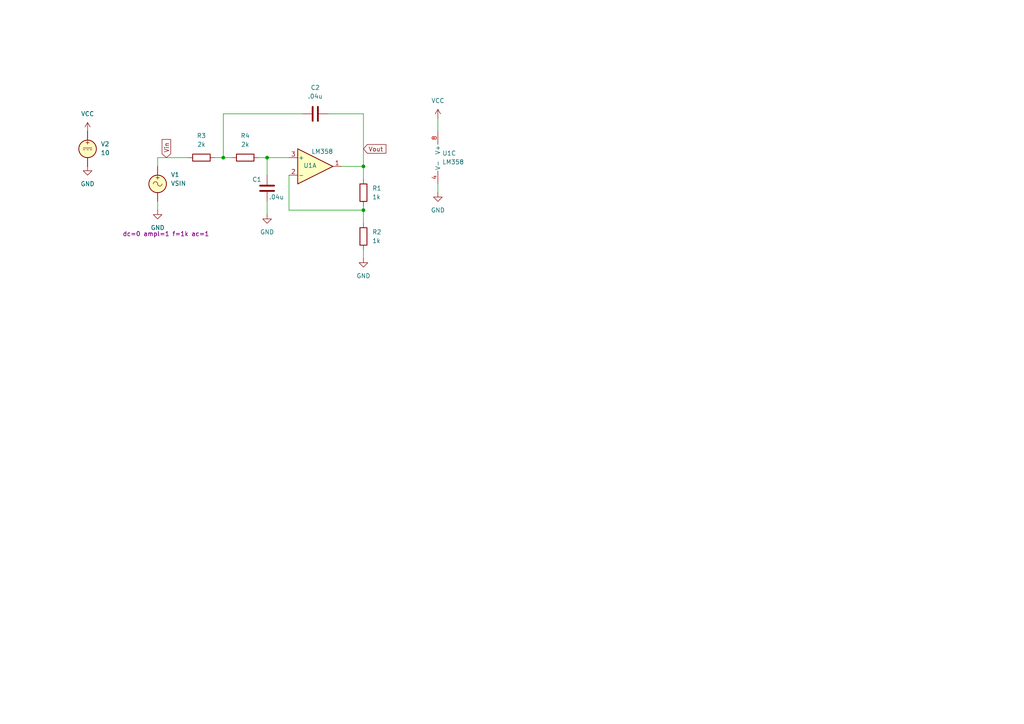
<source format=kicad_sch>
(kicad_sch
	(version 20250114)
	(generator "eeschema")
	(generator_version "9.0")
	(uuid "cd544534-f841-4fa9-a8d5-a3126ffc86dd")
	(paper "A4")
	(lib_symbols
		(symbol "Amplifier_Operational:LM358"
			(pin_names
				(offset 0.127)
			)
			(exclude_from_sim no)
			(in_bom yes)
			(on_board yes)
			(property "Reference" "U"
				(at 0 5.08 0)
				(effects
					(font
						(size 1.27 1.27)
					)
					(justify left)
				)
			)
			(property "Value" "LM358"
				(at 0 -5.08 0)
				(effects
					(font
						(size 1.27 1.27)
					)
					(justify left)
				)
			)
			(property "Footprint" ""
				(at 0 0 0)
				(effects
					(font
						(size 1.27 1.27)
					)
					(hide yes)
				)
			)
			(property "Datasheet" "http://www.ti.com/lit/ds/symlink/lm2904-n.pdf"
				(at 0 0 0)
				(effects
					(font
						(size 1.27 1.27)
					)
					(hide yes)
				)
			)
			(property "Description" "Low-Power, Dual Operational Amplifiers, DIP-8/SOIC-8/TO-99-8"
				(at 0 0 0)
				(effects
					(font
						(size 1.27 1.27)
					)
					(hide yes)
				)
			)
			(property "ki_locked" ""
				(at 0 0 0)
				(effects
					(font
						(size 1.27 1.27)
					)
				)
			)
			(property "ki_keywords" "dual opamp"
				(at 0 0 0)
				(effects
					(font
						(size 1.27 1.27)
					)
					(hide yes)
				)
			)
			(property "ki_fp_filters" "SOIC*3.9x4.9mm*P1.27mm* DIP*W7.62mm* TO*99* OnSemi*Micro8* TSSOP*3x3mm*P0.65mm* TSSOP*4.4x3mm*P0.65mm* MSOP*3x3mm*P0.65mm* SSOP*3.9x4.9mm*P0.635mm* LFCSP*2x2mm*P0.5mm* *SIP* SOIC*5.3x6.2mm*P1.27mm*"
				(at 0 0 0)
				(effects
					(font
						(size 1.27 1.27)
					)
					(hide yes)
				)
			)
			(symbol "LM358_1_1"
				(polyline
					(pts
						(xy -5.08 5.08) (xy 5.08 0) (xy -5.08 -5.08) (xy -5.08 5.08)
					)
					(stroke
						(width 0.254)
						(type default)
					)
					(fill
						(type background)
					)
				)
				(pin input line
					(at -7.62 2.54 0)
					(length 2.54)
					(name "+"
						(effects
							(font
								(size 1.27 1.27)
							)
						)
					)
					(number "3"
						(effects
							(font
								(size 1.27 1.27)
							)
						)
					)
				)
				(pin input line
					(at -7.62 -2.54 0)
					(length 2.54)
					(name "-"
						(effects
							(font
								(size 1.27 1.27)
							)
						)
					)
					(number "2"
						(effects
							(font
								(size 1.27 1.27)
							)
						)
					)
				)
				(pin output line
					(at 7.62 0 180)
					(length 2.54)
					(name "~"
						(effects
							(font
								(size 1.27 1.27)
							)
						)
					)
					(number "1"
						(effects
							(font
								(size 1.27 1.27)
							)
						)
					)
				)
			)
			(symbol "LM358_2_1"
				(polyline
					(pts
						(xy -5.08 5.08) (xy 5.08 0) (xy -5.08 -5.08) (xy -5.08 5.08)
					)
					(stroke
						(width 0.254)
						(type default)
					)
					(fill
						(type background)
					)
				)
				(pin input line
					(at -7.62 2.54 0)
					(length 2.54)
					(name "+"
						(effects
							(font
								(size 1.27 1.27)
							)
						)
					)
					(number "5"
						(effects
							(font
								(size 1.27 1.27)
							)
						)
					)
				)
				(pin input line
					(at -7.62 -2.54 0)
					(length 2.54)
					(name "-"
						(effects
							(font
								(size 1.27 1.27)
							)
						)
					)
					(number "6"
						(effects
							(font
								(size 1.27 1.27)
							)
						)
					)
				)
				(pin output line
					(at 7.62 0 180)
					(length 2.54)
					(name "~"
						(effects
							(font
								(size 1.27 1.27)
							)
						)
					)
					(number "7"
						(effects
							(font
								(size 1.27 1.27)
							)
						)
					)
				)
			)
			(symbol "LM358_3_1"
				(pin power_in line
					(at -2.54 7.62 270)
					(length 3.81)
					(name "V+"
						(effects
							(font
								(size 1.27 1.27)
							)
						)
					)
					(number "8"
						(effects
							(font
								(size 1.27 1.27)
							)
						)
					)
				)
				(pin power_in line
					(at -2.54 -7.62 90)
					(length 3.81)
					(name "V-"
						(effects
							(font
								(size 1.27 1.27)
							)
						)
					)
					(number "4"
						(effects
							(font
								(size 1.27 1.27)
							)
						)
					)
				)
			)
			(embedded_fonts no)
		)
		(symbol "Device:C"
			(pin_numbers
				(hide yes)
			)
			(pin_names
				(offset 0.254)
			)
			(exclude_from_sim no)
			(in_bom yes)
			(on_board yes)
			(property "Reference" "C"
				(at 0.635 2.54 0)
				(effects
					(font
						(size 1.27 1.27)
					)
					(justify left)
				)
			)
			(property "Value" "C"
				(at 0.635 -2.54 0)
				(effects
					(font
						(size 1.27 1.27)
					)
					(justify left)
				)
			)
			(property "Footprint" ""
				(at 0.9652 -3.81 0)
				(effects
					(font
						(size 1.27 1.27)
					)
					(hide yes)
				)
			)
			(property "Datasheet" "~"
				(at 0 0 0)
				(effects
					(font
						(size 1.27 1.27)
					)
					(hide yes)
				)
			)
			(property "Description" "Unpolarized capacitor"
				(at 0 0 0)
				(effects
					(font
						(size 1.27 1.27)
					)
					(hide yes)
				)
			)
			(property "ki_keywords" "cap capacitor"
				(at 0 0 0)
				(effects
					(font
						(size 1.27 1.27)
					)
					(hide yes)
				)
			)
			(property "ki_fp_filters" "C_*"
				(at 0 0 0)
				(effects
					(font
						(size 1.27 1.27)
					)
					(hide yes)
				)
			)
			(symbol "C_0_1"
				(polyline
					(pts
						(xy -2.032 0.762) (xy 2.032 0.762)
					)
					(stroke
						(width 0.508)
						(type default)
					)
					(fill
						(type none)
					)
				)
				(polyline
					(pts
						(xy -2.032 -0.762) (xy 2.032 -0.762)
					)
					(stroke
						(width 0.508)
						(type default)
					)
					(fill
						(type none)
					)
				)
			)
			(symbol "C_1_1"
				(pin passive line
					(at 0 3.81 270)
					(length 2.794)
					(name "~"
						(effects
							(font
								(size 1.27 1.27)
							)
						)
					)
					(number "1"
						(effects
							(font
								(size 1.27 1.27)
							)
						)
					)
				)
				(pin passive line
					(at 0 -3.81 90)
					(length 2.794)
					(name "~"
						(effects
							(font
								(size 1.27 1.27)
							)
						)
					)
					(number "2"
						(effects
							(font
								(size 1.27 1.27)
							)
						)
					)
				)
			)
			(embedded_fonts no)
		)
		(symbol "Device:R"
			(pin_numbers
				(hide yes)
			)
			(pin_names
				(offset 0)
			)
			(exclude_from_sim no)
			(in_bom yes)
			(on_board yes)
			(property "Reference" "R"
				(at 2.032 0 90)
				(effects
					(font
						(size 1.27 1.27)
					)
				)
			)
			(property "Value" "R"
				(at 0 0 90)
				(effects
					(font
						(size 1.27 1.27)
					)
				)
			)
			(property "Footprint" ""
				(at -1.778 0 90)
				(effects
					(font
						(size 1.27 1.27)
					)
					(hide yes)
				)
			)
			(property "Datasheet" "~"
				(at 0 0 0)
				(effects
					(font
						(size 1.27 1.27)
					)
					(hide yes)
				)
			)
			(property "Description" "Resistor"
				(at 0 0 0)
				(effects
					(font
						(size 1.27 1.27)
					)
					(hide yes)
				)
			)
			(property "ki_keywords" "R res resistor"
				(at 0 0 0)
				(effects
					(font
						(size 1.27 1.27)
					)
					(hide yes)
				)
			)
			(property "ki_fp_filters" "R_*"
				(at 0 0 0)
				(effects
					(font
						(size 1.27 1.27)
					)
					(hide yes)
				)
			)
			(symbol "R_0_1"
				(rectangle
					(start -1.016 -2.54)
					(end 1.016 2.54)
					(stroke
						(width 0.254)
						(type default)
					)
					(fill
						(type none)
					)
				)
			)
			(symbol "R_1_1"
				(pin passive line
					(at 0 3.81 270)
					(length 1.27)
					(name "~"
						(effects
							(font
								(size 1.27 1.27)
							)
						)
					)
					(number "1"
						(effects
							(font
								(size 1.27 1.27)
							)
						)
					)
				)
				(pin passive line
					(at 0 -3.81 90)
					(length 1.27)
					(name "~"
						(effects
							(font
								(size 1.27 1.27)
							)
						)
					)
					(number "2"
						(effects
							(font
								(size 1.27 1.27)
							)
						)
					)
				)
			)
			(embedded_fonts no)
		)
		(symbol "Simulation_SPICE:VDC"
			(pin_numbers
				(hide yes)
			)
			(pin_names
				(offset 0.0254)
			)
			(exclude_from_sim no)
			(in_bom yes)
			(on_board yes)
			(property "Reference" "V"
				(at 2.54 2.54 0)
				(effects
					(font
						(size 1.27 1.27)
					)
					(justify left)
				)
			)
			(property "Value" "1"
				(at 2.54 0 0)
				(effects
					(font
						(size 1.27 1.27)
					)
					(justify left)
				)
			)
			(property "Footprint" ""
				(at 0 0 0)
				(effects
					(font
						(size 1.27 1.27)
					)
					(hide yes)
				)
			)
			(property "Datasheet" "https://ngspice.sourceforge.io/docs/ngspice-html-manual/manual.xhtml#sec_Independent_Sources_for"
				(at 0 0 0)
				(effects
					(font
						(size 1.27 1.27)
					)
					(hide yes)
				)
			)
			(property "Description" "Voltage source, DC"
				(at 0 0 0)
				(effects
					(font
						(size 1.27 1.27)
					)
					(hide yes)
				)
			)
			(property "Sim.Pins" "1=+ 2=-"
				(at 0 0 0)
				(effects
					(font
						(size 1.27 1.27)
					)
					(hide yes)
				)
			)
			(property "Sim.Type" "DC"
				(at 0 0 0)
				(effects
					(font
						(size 1.27 1.27)
					)
					(hide yes)
				)
			)
			(property "Sim.Device" "V"
				(at 0 0 0)
				(effects
					(font
						(size 1.27 1.27)
					)
					(justify left)
					(hide yes)
				)
			)
			(property "ki_keywords" "simulation"
				(at 0 0 0)
				(effects
					(font
						(size 1.27 1.27)
					)
					(hide yes)
				)
			)
			(symbol "VDC_0_0"
				(polyline
					(pts
						(xy -1.27 0.254) (xy 1.27 0.254)
					)
					(stroke
						(width 0)
						(type default)
					)
					(fill
						(type none)
					)
				)
				(polyline
					(pts
						(xy -0.762 -0.254) (xy -1.27 -0.254)
					)
					(stroke
						(width 0)
						(type default)
					)
					(fill
						(type none)
					)
				)
				(polyline
					(pts
						(xy 0.254 -0.254) (xy -0.254 -0.254)
					)
					(stroke
						(width 0)
						(type default)
					)
					(fill
						(type none)
					)
				)
				(polyline
					(pts
						(xy 1.27 -0.254) (xy 0.762 -0.254)
					)
					(stroke
						(width 0)
						(type default)
					)
					(fill
						(type none)
					)
				)
				(text "+"
					(at 0 1.905 0)
					(effects
						(font
							(size 1.27 1.27)
						)
					)
				)
			)
			(symbol "VDC_0_1"
				(circle
					(center 0 0)
					(radius 2.54)
					(stroke
						(width 0.254)
						(type default)
					)
					(fill
						(type background)
					)
				)
			)
			(symbol "VDC_1_1"
				(pin passive line
					(at 0 5.08 270)
					(length 2.54)
					(name "~"
						(effects
							(font
								(size 1.27 1.27)
							)
						)
					)
					(number "1"
						(effects
							(font
								(size 1.27 1.27)
							)
						)
					)
				)
				(pin passive line
					(at 0 -5.08 90)
					(length 2.54)
					(name "~"
						(effects
							(font
								(size 1.27 1.27)
							)
						)
					)
					(number "2"
						(effects
							(font
								(size 1.27 1.27)
							)
						)
					)
				)
			)
			(embedded_fonts no)
		)
		(symbol "Simulation_SPICE:VSIN"
			(pin_numbers
				(hide yes)
			)
			(pin_names
				(offset 0.0254)
			)
			(exclude_from_sim no)
			(in_bom yes)
			(on_board yes)
			(property "Reference" "V"
				(at 2.54 2.54 0)
				(effects
					(font
						(size 1.27 1.27)
					)
					(justify left)
				)
			)
			(property "Value" "VSIN"
				(at 2.54 0 0)
				(effects
					(font
						(size 1.27 1.27)
					)
					(justify left)
				)
			)
			(property "Footprint" ""
				(at 0 0 0)
				(effects
					(font
						(size 1.27 1.27)
					)
					(hide yes)
				)
			)
			(property "Datasheet" "https://ngspice.sourceforge.io/docs/ngspice-html-manual/manual.xhtml#sec_Independent_Sources_for"
				(at 0 0 0)
				(effects
					(font
						(size 1.27 1.27)
					)
					(hide yes)
				)
			)
			(property "Description" "Voltage source, sinusoidal"
				(at 0 0 0)
				(effects
					(font
						(size 1.27 1.27)
					)
					(hide yes)
				)
			)
			(property "Sim.Pins" "1=+ 2=-"
				(at 0 0 0)
				(effects
					(font
						(size 1.27 1.27)
					)
					(hide yes)
				)
			)
			(property "Sim.Params" "dc=0 ampl=1 f=1k ac=1"
				(at 2.54 -2.54 0)
				(effects
					(font
						(size 1.27 1.27)
					)
					(justify left)
				)
			)
			(property "Sim.Type" "SIN"
				(at 0 0 0)
				(effects
					(font
						(size 1.27 1.27)
					)
					(hide yes)
				)
			)
			(property "Sim.Device" "V"
				(at 0 0 0)
				(effects
					(font
						(size 1.27 1.27)
					)
					(justify left)
					(hide yes)
				)
			)
			(property "ki_keywords" "simulation ac vac"
				(at 0 0 0)
				(effects
					(font
						(size 1.27 1.27)
					)
					(hide yes)
				)
			)
			(symbol "VSIN_0_0"
				(arc
					(start -1.27 0)
					(mid -0.635 0.6323)
					(end 0 0)
					(stroke
						(width 0)
						(type default)
					)
					(fill
						(type none)
					)
				)
				(arc
					(start 1.27 0)
					(mid 0.635 -0.6323)
					(end 0 0)
					(stroke
						(width 0)
						(type default)
					)
					(fill
						(type none)
					)
				)
				(text "+"
					(at 0 1.905 0)
					(effects
						(font
							(size 1.27 1.27)
						)
					)
				)
			)
			(symbol "VSIN_0_1"
				(circle
					(center 0 0)
					(radius 2.54)
					(stroke
						(width 0.254)
						(type default)
					)
					(fill
						(type background)
					)
				)
			)
			(symbol "VSIN_1_1"
				(pin passive line
					(at 0 5.08 270)
					(length 2.54)
					(name "~"
						(effects
							(font
								(size 1.27 1.27)
							)
						)
					)
					(number "1"
						(effects
							(font
								(size 1.27 1.27)
							)
						)
					)
				)
				(pin passive line
					(at 0 -5.08 90)
					(length 2.54)
					(name "~"
						(effects
							(font
								(size 1.27 1.27)
							)
						)
					)
					(number "2"
						(effects
							(font
								(size 1.27 1.27)
							)
						)
					)
				)
			)
			(embedded_fonts no)
		)
		(symbol "power:GND"
			(power)
			(pin_numbers
				(hide yes)
			)
			(pin_names
				(offset 0)
				(hide yes)
			)
			(exclude_from_sim no)
			(in_bom yes)
			(on_board yes)
			(property "Reference" "#PWR"
				(at 0 -6.35 0)
				(effects
					(font
						(size 1.27 1.27)
					)
					(hide yes)
				)
			)
			(property "Value" "GND"
				(at 0 -3.81 0)
				(effects
					(font
						(size 1.27 1.27)
					)
				)
			)
			(property "Footprint" ""
				(at 0 0 0)
				(effects
					(font
						(size 1.27 1.27)
					)
					(hide yes)
				)
			)
			(property "Datasheet" ""
				(at 0 0 0)
				(effects
					(font
						(size 1.27 1.27)
					)
					(hide yes)
				)
			)
			(property "Description" "Power symbol creates a global label with name \"GND\" , ground"
				(at 0 0 0)
				(effects
					(font
						(size 1.27 1.27)
					)
					(hide yes)
				)
			)
			(property "ki_keywords" "global power"
				(at 0 0 0)
				(effects
					(font
						(size 1.27 1.27)
					)
					(hide yes)
				)
			)
			(symbol "GND_0_1"
				(polyline
					(pts
						(xy 0 0) (xy 0 -1.27) (xy 1.27 -1.27) (xy 0 -2.54) (xy -1.27 -1.27) (xy 0 -1.27)
					)
					(stroke
						(width 0)
						(type default)
					)
					(fill
						(type none)
					)
				)
			)
			(symbol "GND_1_1"
				(pin power_in line
					(at 0 0 270)
					(length 0)
					(name "~"
						(effects
							(font
								(size 1.27 1.27)
							)
						)
					)
					(number "1"
						(effects
							(font
								(size 1.27 1.27)
							)
						)
					)
				)
			)
			(embedded_fonts no)
		)
		(symbol "power:VCC"
			(power)
			(pin_numbers
				(hide yes)
			)
			(pin_names
				(offset 0)
				(hide yes)
			)
			(exclude_from_sim no)
			(in_bom yes)
			(on_board yes)
			(property "Reference" "#PWR"
				(at 0 -3.81 0)
				(effects
					(font
						(size 1.27 1.27)
					)
					(hide yes)
				)
			)
			(property "Value" "VCC"
				(at 0 3.556 0)
				(effects
					(font
						(size 1.27 1.27)
					)
				)
			)
			(property "Footprint" ""
				(at 0 0 0)
				(effects
					(font
						(size 1.27 1.27)
					)
					(hide yes)
				)
			)
			(property "Datasheet" ""
				(at 0 0 0)
				(effects
					(font
						(size 1.27 1.27)
					)
					(hide yes)
				)
			)
			(property "Description" "Power symbol creates a global label with name \"VCC\""
				(at 0 0 0)
				(effects
					(font
						(size 1.27 1.27)
					)
					(hide yes)
				)
			)
			(property "ki_keywords" "global power"
				(at 0 0 0)
				(effects
					(font
						(size 1.27 1.27)
					)
					(hide yes)
				)
			)
			(symbol "VCC_0_1"
				(polyline
					(pts
						(xy -0.762 1.27) (xy 0 2.54)
					)
					(stroke
						(width 0)
						(type default)
					)
					(fill
						(type none)
					)
				)
				(polyline
					(pts
						(xy 0 2.54) (xy 0.762 1.27)
					)
					(stroke
						(width 0)
						(type default)
					)
					(fill
						(type none)
					)
				)
				(polyline
					(pts
						(xy 0 0) (xy 0 2.54)
					)
					(stroke
						(width 0)
						(type default)
					)
					(fill
						(type none)
					)
				)
			)
			(symbol "VCC_1_1"
				(pin power_in line
					(at 0 0 90)
					(length 0)
					(name "~"
						(effects
							(font
								(size 1.27 1.27)
							)
						)
					)
					(number "1"
						(effects
							(font
								(size 1.27 1.27)
							)
						)
					)
				)
			)
			(embedded_fonts no)
		)
	)
	(junction
		(at 77.47 45.72)
		(diameter 0)
		(color 0 0 0 0)
		(uuid "57e16b18-3b6b-4244-9bec-93c69672af4f")
	)
	(junction
		(at 64.77 45.72)
		(diameter 0)
		(color 0 0 0 0)
		(uuid "5843fcdc-f8f3-44c6-ae72-7bcda6a53c3f")
	)
	(junction
		(at 105.41 48.26)
		(diameter 0)
		(color 0 0 0 0)
		(uuid "8b10abff-992a-427e-9594-e09e734017af")
	)
	(junction
		(at 105.41 60.96)
		(diameter 0)
		(color 0 0 0 0)
		(uuid "f9582a7c-1b08-4aed-8d19-59f3a6ecb83c")
	)
	(wire
		(pts
			(xy 83.82 50.8) (xy 83.82 60.96)
		)
		(stroke
			(width 0)
			(type default)
		)
		(uuid "019a4b82-59d7-4476-9320-d81d907df768")
	)
	(wire
		(pts
			(xy 77.47 45.72) (xy 77.47 50.8)
		)
		(stroke
			(width 0)
			(type default)
		)
		(uuid "0899a9d2-69b4-4f27-b143-5f48e8947d16")
	)
	(wire
		(pts
			(xy 67.31 45.72) (xy 64.77 45.72)
		)
		(stroke
			(width 0)
			(type default)
		)
		(uuid "17bd38d7-080a-4576-93bf-41903e3f5f36")
	)
	(wire
		(pts
			(xy 99.06 48.26) (xy 105.41 48.26)
		)
		(stroke
			(width 0)
			(type default)
		)
		(uuid "32a8073f-787c-4166-bea0-e5e03b5e8028")
	)
	(wire
		(pts
			(xy 105.41 48.26) (xy 105.41 52.07)
		)
		(stroke
			(width 0)
			(type default)
		)
		(uuid "398d7958-3a1a-42a1-ad46-eccb82018059")
	)
	(wire
		(pts
			(xy 77.47 58.42) (xy 77.47 62.23)
		)
		(stroke
			(width 0)
			(type default)
		)
		(uuid "52c69b99-c1ce-44bb-b64a-b330a6a29db3")
	)
	(wire
		(pts
			(xy 127 34.29) (xy 127 38.1)
		)
		(stroke
			(width 0)
			(type default)
		)
		(uuid "53248e3f-a30c-41e4-86d8-8778b27d7d6b")
	)
	(wire
		(pts
			(xy 105.41 59.69) (xy 105.41 60.96)
		)
		(stroke
			(width 0)
			(type default)
		)
		(uuid "57ac4f96-94e0-4022-9383-ebe8650df106")
	)
	(wire
		(pts
			(xy 45.72 58.42) (xy 45.72 60.96)
		)
		(stroke
			(width 0)
			(type default)
		)
		(uuid "5be6d857-fce1-4318-bd05-d97206c48406")
	)
	(wire
		(pts
			(xy 105.41 33.02) (xy 105.41 48.26)
		)
		(stroke
			(width 0)
			(type default)
		)
		(uuid "5ef13659-62a4-48c4-8777-21b7610776f0")
	)
	(wire
		(pts
			(xy 54.61 45.72) (xy 45.72 45.72)
		)
		(stroke
			(width 0)
			(type default)
		)
		(uuid "68efa528-7a54-4038-b600-ec9a53cca4b1")
	)
	(wire
		(pts
			(xy 64.77 33.02) (xy 87.63 33.02)
		)
		(stroke
			(width 0)
			(type default)
		)
		(uuid "72490a39-a348-4773-bfd1-f1c03dbf02e6")
	)
	(wire
		(pts
			(xy 105.41 72.39) (xy 105.41 74.93)
		)
		(stroke
			(width 0)
			(type default)
		)
		(uuid "733620c0-3666-4321-8a47-c85e3c92073b")
	)
	(wire
		(pts
			(xy 64.77 45.72) (xy 62.23 45.72)
		)
		(stroke
			(width 0)
			(type default)
		)
		(uuid "7aca7a81-c45e-4263-9d4a-7bb3a4eaf484")
	)
	(wire
		(pts
			(xy 45.72 45.72) (xy 45.72 48.26)
		)
		(stroke
			(width 0)
			(type default)
		)
		(uuid "7ec86673-d761-40fd-b5d1-80bd8942964e")
	)
	(wire
		(pts
			(xy 95.25 33.02) (xy 105.41 33.02)
		)
		(stroke
			(width 0)
			(type default)
		)
		(uuid "8e863846-237a-4917-95e6-9d5ce51eb5e0")
	)
	(wire
		(pts
			(xy 77.47 45.72) (xy 74.93 45.72)
		)
		(stroke
			(width 0)
			(type default)
		)
		(uuid "97220ab6-52d6-4085-ae67-aad552a774b6")
	)
	(wire
		(pts
			(xy 127 53.34) (xy 127 55.88)
		)
		(stroke
			(width 0)
			(type default)
		)
		(uuid "b03942df-673a-4ac5-a5fc-240a09c8dc55")
	)
	(wire
		(pts
			(xy 105.41 60.96) (xy 105.41 64.77)
		)
		(stroke
			(width 0)
			(type default)
		)
		(uuid "bdde3375-17e0-4287-b680-ecba37c7f359")
	)
	(wire
		(pts
			(xy 64.77 33.02) (xy 64.77 45.72)
		)
		(stroke
			(width 0)
			(type default)
		)
		(uuid "e947e849-220e-4703-82e3-ab7a744ca728")
	)
	(wire
		(pts
			(xy 77.47 45.72) (xy 83.82 45.72)
		)
		(stroke
			(width 0)
			(type default)
		)
		(uuid "e9f47117-ba57-4df8-a2ee-2a8b939f26bc")
	)
	(wire
		(pts
			(xy 83.82 60.96) (xy 105.41 60.96)
		)
		(stroke
			(width 0)
			(type default)
		)
		(uuid "ffb8d4f9-6409-4bc5-a5a8-c86bc9efa214")
	)
	(global_label "Vout"
		(shape input)
		(at 105.41 43.18 0)
		(fields_autoplaced yes)
		(effects
			(font
				(size 1.27 1.27)
			)
			(justify left)
		)
		(uuid "834f5841-3c58-41d2-959c-d7532f9ba042")
		(property "Intersheetrefs" "${INTERSHEET_REFS}"
			(at 112.5075 43.18 0)
			(effects
				(font
					(size 1.27 1.27)
				)
				(justify left)
				(hide yes)
			)
		)
	)
	(global_label "Vin"
		(shape input)
		(at 48.26 45.72 90)
		(fields_autoplaced yes)
		(effects
			(font
				(size 1.27 1.27)
			)
			(justify left)
		)
		(uuid "e6028704-e054-4eae-a673-7cdcf39c85b1")
		(property "Intersheetrefs" "${INTERSHEET_REFS}"
			(at 48.26 39.8924 90)
			(effects
				(font
					(size 1.27 1.27)
				)
				(justify left)
				(hide yes)
			)
		)
	)
	(symbol
		(lib_id "Device:R")
		(at 105.41 55.88 0)
		(unit 1)
		(exclude_from_sim no)
		(in_bom yes)
		(on_board yes)
		(dnp no)
		(fields_autoplaced yes)
		(uuid "0234c639-d7d3-498f-a259-e51fadd98753")
		(property "Reference" "R1"
			(at 107.95 54.6099 0)
			(effects
				(font
					(size 1.27 1.27)
				)
				(justify left)
			)
		)
		(property "Value" "1k"
			(at 107.95 57.1499 0)
			(effects
				(font
					(size 1.27 1.27)
				)
				(justify left)
			)
		)
		(property "Footprint" ""
			(at 103.632 55.88 90)
			(effects
				(font
					(size 1.27 1.27)
				)
				(hide yes)
			)
		)
		(property "Datasheet" "~"
			(at 105.41 55.88 0)
			(effects
				(font
					(size 1.27 1.27)
				)
				(hide yes)
			)
		)
		(property "Description" "Resistor"
			(at 105.41 55.88 0)
			(effects
				(font
					(size 1.27 1.27)
				)
				(hide yes)
			)
		)
		(pin "1"
			(uuid "ea0a404b-b44b-49dc-8be0-a41a130664ee")
		)
		(pin "2"
			(uuid "70253b4a-70c3-4468-9178-77302b276db9")
		)
		(instances
			(project "sallen-key"
				(path "/cd544534-f841-4fa9-a8d5-a3126ffc86dd"
					(reference "R1")
					(unit 1)
				)
			)
		)
	)
	(symbol
		(lib_id "power:VCC")
		(at 25.4 38.1 0)
		(unit 1)
		(exclude_from_sim no)
		(in_bom yes)
		(on_board yes)
		(dnp no)
		(fields_autoplaced yes)
		(uuid "1ccd5a02-083a-4dbe-90ed-3c4144ee6680")
		(property "Reference" "#PWR07"
			(at 25.4 41.91 0)
			(effects
				(font
					(size 1.27 1.27)
				)
				(hide yes)
			)
		)
		(property "Value" "VCC"
			(at 25.4 33.02 0)
			(effects
				(font
					(size 1.27 1.27)
				)
			)
		)
		(property "Footprint" ""
			(at 25.4 38.1 0)
			(effects
				(font
					(size 1.27 1.27)
				)
				(hide yes)
			)
		)
		(property "Datasheet" ""
			(at 25.4 38.1 0)
			(effects
				(font
					(size 1.27 1.27)
				)
				(hide yes)
			)
		)
		(property "Description" "Power symbol creates a global label with name \"VCC\""
			(at 25.4 38.1 0)
			(effects
				(font
					(size 1.27 1.27)
				)
				(hide yes)
			)
		)
		(pin "1"
			(uuid "c35d8883-2f1a-4afa-8e7b-51cbb4fe8527")
		)
		(instances
			(project "sallen-key"
				(path "/cd544534-f841-4fa9-a8d5-a3126ffc86dd"
					(reference "#PWR07")
					(unit 1)
				)
			)
		)
	)
	(symbol
		(lib_id "Simulation_SPICE:VSIN")
		(at 45.72 53.34 0)
		(unit 1)
		(exclude_from_sim no)
		(in_bom yes)
		(on_board yes)
		(dnp no)
		(uuid "3436ca42-90b1-41bb-81dd-a0f3d4d65ba7")
		(property "Reference" "V1"
			(at 49.53 50.6701 0)
			(effects
				(font
					(size 1.27 1.27)
				)
				(justify left)
			)
		)
		(property "Value" "VSIN"
			(at 49.53 53.2101 0)
			(effects
				(font
					(size 1.27 1.27)
				)
				(justify left)
			)
		)
		(property "Footprint" ""
			(at 45.72 53.34 0)
			(effects
				(font
					(size 1.27 1.27)
				)
				(hide yes)
			)
		)
		(property "Datasheet" "https://ngspice.sourceforge.io/docs/ngspice-html-manual/manual.xhtml#sec_Independent_Sources_for"
			(at 45.72 53.34 0)
			(effects
				(font
					(size 1.27 1.27)
				)
				(hide yes)
			)
		)
		(property "Description" "Voltage source, sinusoidal"
			(at 45.72 53.34 0)
			(effects
				(font
					(size 1.27 1.27)
				)
				(hide yes)
			)
		)
		(property "Sim.Pins" "1=+ 2=-"
			(at 45.72 53.34 0)
			(effects
				(font
					(size 1.27 1.27)
				)
				(hide yes)
			)
		)
		(property "Sim.Params" "dc=0 ampl=1 f=1k ac=1"
			(at 35.56 67.818 0)
			(effects
				(font
					(size 1.27 1.27)
				)
				(justify left)
			)
		)
		(property "Sim.Type" "SIN"
			(at 45.72 53.34 0)
			(effects
				(font
					(size 1.27 1.27)
				)
				(hide yes)
			)
		)
		(property "Sim.Device" "V"
			(at 45.72 53.34 0)
			(effects
				(font
					(size 1.27 1.27)
				)
				(justify left)
				(hide yes)
			)
		)
		(pin "1"
			(uuid "f9c6d84f-ef47-4aaf-9087-b8807a6f7eaf")
		)
		(pin "2"
			(uuid "e3f20a6b-ccbc-41ef-afc7-d3db162ee4f4")
		)
		(instances
			(project ""
				(path "/cd544534-f841-4fa9-a8d5-a3126ffc86dd"
					(reference "V1")
					(unit 1)
				)
			)
		)
	)
	(symbol
		(lib_id "power:GND")
		(at 45.72 60.96 0)
		(unit 1)
		(exclude_from_sim no)
		(in_bom yes)
		(on_board yes)
		(dnp no)
		(fields_autoplaced yes)
		(uuid "3a8d78e6-3f44-4428-be95-3e8ecfa99dfe")
		(property "Reference" "#PWR01"
			(at 45.72 67.31 0)
			(effects
				(font
					(size 1.27 1.27)
				)
				(hide yes)
			)
		)
		(property "Value" "GND"
			(at 45.72 66.04 0)
			(effects
				(font
					(size 1.27 1.27)
				)
			)
		)
		(property "Footprint" ""
			(at 45.72 60.96 0)
			(effects
				(font
					(size 1.27 1.27)
				)
				(hide yes)
			)
		)
		(property "Datasheet" ""
			(at 45.72 60.96 0)
			(effects
				(font
					(size 1.27 1.27)
				)
				(hide yes)
			)
		)
		(property "Description" "Power symbol creates a global label with name \"GND\" , ground"
			(at 45.72 60.96 0)
			(effects
				(font
					(size 1.27 1.27)
				)
				(hide yes)
			)
		)
		(pin "1"
			(uuid "ef1ecfb4-0a3e-46e0-ac88-c7bf272db7fe")
		)
		(instances
			(project ""
				(path "/cd544534-f841-4fa9-a8d5-a3126ffc86dd"
					(reference "#PWR01")
					(unit 1)
				)
			)
		)
	)
	(symbol
		(lib_id "Device:R")
		(at 58.42 45.72 90)
		(unit 1)
		(exclude_from_sim no)
		(in_bom yes)
		(on_board yes)
		(dnp no)
		(fields_autoplaced yes)
		(uuid "49ec0532-c2e8-45fc-81b3-fa1ed930dd72")
		(property "Reference" "R3"
			(at 58.42 39.37 90)
			(effects
				(font
					(size 1.27 1.27)
				)
			)
		)
		(property "Value" "2k"
			(at 58.42 41.91 90)
			(effects
				(font
					(size 1.27 1.27)
				)
			)
		)
		(property "Footprint" ""
			(at 58.42 47.498 90)
			(effects
				(font
					(size 1.27 1.27)
				)
				(hide yes)
			)
		)
		(property "Datasheet" "~"
			(at 58.42 45.72 0)
			(effects
				(font
					(size 1.27 1.27)
				)
				(hide yes)
			)
		)
		(property "Description" "Resistor"
			(at 58.42 45.72 0)
			(effects
				(font
					(size 1.27 1.27)
				)
				(hide yes)
			)
		)
		(pin "1"
			(uuid "600f843e-599a-4d12-a858-bdf3629e3c18")
		)
		(pin "2"
			(uuid "57ffa94c-19f1-440e-8f4f-b9feb45e844c")
		)
		(instances
			(project ""
				(path "/cd544534-f841-4fa9-a8d5-a3126ffc86dd"
					(reference "R3")
					(unit 1)
				)
			)
		)
	)
	(symbol
		(lib_id "Simulation_SPICE:VDC")
		(at 25.4 43.18 0)
		(unit 1)
		(exclude_from_sim no)
		(in_bom yes)
		(on_board yes)
		(dnp no)
		(fields_autoplaced yes)
		(uuid "64d88b77-b50d-4b4e-addc-dfcb0499e6e5")
		(property "Reference" "V2"
			(at 29.21 41.7801 0)
			(effects
				(font
					(size 1.27 1.27)
				)
				(justify left)
			)
		)
		(property "Value" "10"
			(at 29.21 44.3201 0)
			(effects
				(font
					(size 1.27 1.27)
				)
				(justify left)
			)
		)
		(property "Footprint" ""
			(at 25.4 43.18 0)
			(effects
				(font
					(size 1.27 1.27)
				)
				(hide yes)
			)
		)
		(property "Datasheet" "https://ngspice.sourceforge.io/docs/ngspice-html-manual/manual.xhtml#sec_Independent_Sources_for"
			(at 25.4 43.18 0)
			(effects
				(font
					(size 1.27 1.27)
				)
				(hide yes)
			)
		)
		(property "Description" "Voltage source, DC"
			(at 25.4 43.18 0)
			(effects
				(font
					(size 1.27 1.27)
				)
				(hide yes)
			)
		)
		(property "Sim.Pins" "1=+ 2=-"
			(at 25.4 43.18 0)
			(effects
				(font
					(size 1.27 1.27)
				)
				(hide yes)
			)
		)
		(property "Sim.Type" "DC"
			(at 25.4 43.18 0)
			(effects
				(font
					(size 1.27 1.27)
				)
				(hide yes)
			)
		)
		(property "Sim.Device" "V"
			(at 25.4 43.18 0)
			(effects
				(font
					(size 1.27 1.27)
				)
				(justify left)
				(hide yes)
			)
		)
		(pin "1"
			(uuid "8cd87326-a388-4926-a62b-de6319c04b47")
		)
		(pin "2"
			(uuid "aa0e0fb5-ea6b-471c-a8ad-5e22bcf6c9a2")
		)
		(instances
			(project ""
				(path "/cd544534-f841-4fa9-a8d5-a3126ffc86dd"
					(reference "V2")
					(unit 1)
				)
			)
		)
	)
	(symbol
		(lib_id "Device:R")
		(at 71.12 45.72 90)
		(unit 1)
		(exclude_from_sim no)
		(in_bom yes)
		(on_board yes)
		(dnp no)
		(fields_autoplaced yes)
		(uuid "6da4cbf3-8b36-4fef-9d91-98cb8a0efa07")
		(property "Reference" "R4"
			(at 71.12 39.37 90)
			(effects
				(font
					(size 1.27 1.27)
				)
			)
		)
		(property "Value" "2k"
			(at 71.12 41.91 90)
			(effects
				(font
					(size 1.27 1.27)
				)
			)
		)
		(property "Footprint" ""
			(at 71.12 47.498 90)
			(effects
				(font
					(size 1.27 1.27)
				)
				(hide yes)
			)
		)
		(property "Datasheet" "~"
			(at 71.12 45.72 0)
			(effects
				(font
					(size 1.27 1.27)
				)
				(hide yes)
			)
		)
		(property "Description" "Resistor"
			(at 71.12 45.72 0)
			(effects
				(font
					(size 1.27 1.27)
				)
				(hide yes)
			)
		)
		(pin "1"
			(uuid "68904535-aca8-4a01-b1f4-a62da22a8145")
		)
		(pin "2"
			(uuid "0cdfda48-77c9-47e2-9e51-2967804ba1c8")
		)
		(instances
			(project "sallen-key"
				(path "/cd544534-f841-4fa9-a8d5-a3126ffc86dd"
					(reference "R4")
					(unit 1)
				)
			)
		)
	)
	(symbol
		(lib_id "Amplifier_Operational:LM358")
		(at 91.44 48.26 0)
		(unit 1)
		(exclude_from_sim no)
		(in_bom yes)
		(on_board yes)
		(dnp no)
		(uuid "759535fb-e78e-4307-9b4d-a7065d6833de")
		(property "Reference" "U1"
			(at 89.916 48.006 0)
			(effects
				(font
					(size 1.27 1.27)
				)
			)
		)
		(property "Value" "LM358"
			(at 93.472 43.942 0)
			(effects
				(font
					(size 1.27 1.27)
				)
			)
		)
		(property "Footprint" ""
			(at 91.44 48.26 0)
			(effects
				(font
					(size 1.27 1.27)
				)
				(hide yes)
			)
		)
		(property "Datasheet" "http://www.ti.com/lit/ds/symlink/lm2904-n.pdf"
			(at 91.44 48.26 0)
			(effects
				(font
					(size 1.27 1.27)
				)
				(hide yes)
			)
		)
		(property "Description" "Low-Power, Dual Operational Amplifiers, DIP-8/SOIC-8/TO-99-8"
			(at 91.44 48.26 0)
			(effects
				(font
					(size 1.27 1.27)
				)
				(hide yes)
			)
		)
		(property "Sim.Library" "lm358.lib"
			(at 91.44 48.26 0)
			(effects
				(font
					(size 1.27 1.27)
				)
				(hide yes)
			)
		)
		(property "Sim.Name" "LM358"
			(at 91.44 48.26 0)
			(effects
				(font
					(size 1.27 1.27)
				)
				(hide yes)
			)
		)
		(property "Sim.Device" "SUBCKT"
			(at 91.44 48.26 0)
			(effects
				(font
					(size 1.27 1.27)
				)
				(hide yes)
			)
		)
		(property "Sim.Pins" "1=3 2=1 3=2 4=5 8=4"
			(at 91.44 48.26 0)
			(effects
				(font
					(size 1.27 1.27)
				)
				(hide yes)
			)
		)
		(pin "3"
			(uuid "06ca13a1-26cd-43a5-8264-23549a2d5610")
		)
		(pin "7"
			(uuid "cf67740d-94a5-42ab-9f61-63e14110b470")
		)
		(pin "4"
			(uuid "b098c718-3f8b-4d63-a99a-70c04999b314")
		)
		(pin "8"
			(uuid "b77df171-e6eb-4dad-b209-1c38bc3ff79d")
		)
		(pin "1"
			(uuid "8360ad89-3b24-4d3f-abc2-7cd82b8afd60")
		)
		(pin "6"
			(uuid "bc0ae2b1-f924-4842-be23-a9100e817987")
		)
		(pin "5"
			(uuid "defe3583-28ca-4613-8727-0ae3703682b5")
		)
		(pin "2"
			(uuid "48869566-80e1-4aaa-8a84-aa2525fc560f")
		)
		(instances
			(project ""
				(path "/cd544534-f841-4fa9-a8d5-a3126ffc86dd"
					(reference "U1")
					(unit 1)
				)
			)
		)
	)
	(symbol
		(lib_id "power:GND")
		(at 25.4 48.26 0)
		(unit 1)
		(exclude_from_sim no)
		(in_bom yes)
		(on_board yes)
		(dnp no)
		(fields_autoplaced yes)
		(uuid "7db94bf5-db26-413e-9ce8-6722108a78cb")
		(property "Reference" "#PWR06"
			(at 25.4 54.61 0)
			(effects
				(font
					(size 1.27 1.27)
				)
				(hide yes)
			)
		)
		(property "Value" "GND"
			(at 25.4 53.34 0)
			(effects
				(font
					(size 1.27 1.27)
				)
			)
		)
		(property "Footprint" ""
			(at 25.4 48.26 0)
			(effects
				(font
					(size 1.27 1.27)
				)
				(hide yes)
			)
		)
		(property "Datasheet" ""
			(at 25.4 48.26 0)
			(effects
				(font
					(size 1.27 1.27)
				)
				(hide yes)
			)
		)
		(property "Description" "Power symbol creates a global label with name \"GND\" , ground"
			(at 25.4 48.26 0)
			(effects
				(font
					(size 1.27 1.27)
				)
				(hide yes)
			)
		)
		(pin "1"
			(uuid "2a58c9dd-f1f3-4b76-ac85-70ddf4951a68")
		)
		(instances
			(project "sallen-key"
				(path "/cd544534-f841-4fa9-a8d5-a3126ffc86dd"
					(reference "#PWR06")
					(unit 1)
				)
			)
		)
	)
	(symbol
		(lib_id "Device:C")
		(at 91.44 33.02 90)
		(unit 1)
		(exclude_from_sim no)
		(in_bom yes)
		(on_board yes)
		(dnp no)
		(fields_autoplaced yes)
		(uuid "9504537e-ab52-4143-8aa3-a77681f34803")
		(property "Reference" "C2"
			(at 91.44 25.4 90)
			(effects
				(font
					(size 1.27 1.27)
				)
			)
		)
		(property "Value" ".04u"
			(at 91.44 27.94 90)
			(effects
				(font
					(size 1.27 1.27)
				)
			)
		)
		(property "Footprint" ""
			(at 95.25 32.0548 0)
			(effects
				(font
					(size 1.27 1.27)
				)
				(hide yes)
			)
		)
		(property "Datasheet" "~"
			(at 91.44 33.02 0)
			(effects
				(font
					(size 1.27 1.27)
				)
				(hide yes)
			)
		)
		(property "Description" "Unpolarized capacitor"
			(at 91.44 33.02 0)
			(effects
				(font
					(size 1.27 1.27)
				)
				(hide yes)
			)
		)
		(pin "2"
			(uuid "919379d2-0404-4c47-a7e3-389be284b953")
		)
		(pin "1"
			(uuid "1f20fbc3-b95a-4046-b342-492df083f7a7")
		)
		(instances
			(project ""
				(path "/cd544534-f841-4fa9-a8d5-a3126ffc86dd"
					(reference "C2")
					(unit 1)
				)
			)
		)
	)
	(symbol
		(lib_id "power:GND")
		(at 127 55.88 0)
		(unit 1)
		(exclude_from_sim no)
		(in_bom yes)
		(on_board yes)
		(dnp no)
		(fields_autoplaced yes)
		(uuid "a801bc70-7fdf-461d-90ce-9dcbf84d7b32")
		(property "Reference" "#PWR05"
			(at 127 62.23 0)
			(effects
				(font
					(size 1.27 1.27)
				)
				(hide yes)
			)
		)
		(property "Value" "GND"
			(at 127 60.96 0)
			(effects
				(font
					(size 1.27 1.27)
				)
			)
		)
		(property "Footprint" ""
			(at 127 55.88 0)
			(effects
				(font
					(size 1.27 1.27)
				)
				(hide yes)
			)
		)
		(property "Datasheet" ""
			(at 127 55.88 0)
			(effects
				(font
					(size 1.27 1.27)
				)
				(hide yes)
			)
		)
		(property "Description" "Power symbol creates a global label with name \"GND\" , ground"
			(at 127 55.88 0)
			(effects
				(font
					(size 1.27 1.27)
				)
				(hide yes)
			)
		)
		(pin "1"
			(uuid "141599a8-f7ae-4d68-bf66-01b8595ff8d9")
		)
		(instances
			(project "sallen-key"
				(path "/cd544534-f841-4fa9-a8d5-a3126ffc86dd"
					(reference "#PWR05")
					(unit 1)
				)
			)
		)
	)
	(symbol
		(lib_id "Device:C")
		(at 77.47 54.61 180)
		(unit 1)
		(exclude_from_sim no)
		(in_bom yes)
		(on_board yes)
		(dnp no)
		(uuid "b5fdffb3-30af-402b-ad03-92407d80da05")
		(property "Reference" "C1"
			(at 73.152 52.07 0)
			(effects
				(font
					(size 1.27 1.27)
				)
				(justify right)
			)
		)
		(property "Value" ".04u"
			(at 77.978 57.15 0)
			(effects
				(font
					(size 1.27 1.27)
				)
				(justify right)
			)
		)
		(property "Footprint" ""
			(at 76.5048 50.8 0)
			(effects
				(font
					(size 1.27 1.27)
				)
				(hide yes)
			)
		)
		(property "Datasheet" "~"
			(at 77.47 54.61 0)
			(effects
				(font
					(size 1.27 1.27)
				)
				(hide yes)
			)
		)
		(property "Description" "Unpolarized capacitor"
			(at 77.47 54.61 0)
			(effects
				(font
					(size 1.27 1.27)
				)
				(hide yes)
			)
		)
		(pin "1"
			(uuid "7520fbc6-b556-41d8-a416-031831cb65c5")
		)
		(pin "2"
			(uuid "8b870c74-851e-462a-ac87-3e83aa1e5892")
		)
		(instances
			(project ""
				(path "/cd544534-f841-4fa9-a8d5-a3126ffc86dd"
					(reference "C1")
					(unit 1)
				)
			)
		)
	)
	(symbol
		(lib_id "power:GND")
		(at 77.47 62.23 0)
		(unit 1)
		(exclude_from_sim no)
		(in_bom yes)
		(on_board yes)
		(dnp no)
		(fields_autoplaced yes)
		(uuid "bece24d5-1875-400e-ba02-1c178e5fa859")
		(property "Reference" "#PWR02"
			(at 77.47 68.58 0)
			(effects
				(font
					(size 1.27 1.27)
				)
				(hide yes)
			)
		)
		(property "Value" "GND"
			(at 77.47 67.31 0)
			(effects
				(font
					(size 1.27 1.27)
				)
			)
		)
		(property "Footprint" ""
			(at 77.47 62.23 0)
			(effects
				(font
					(size 1.27 1.27)
				)
				(hide yes)
			)
		)
		(property "Datasheet" ""
			(at 77.47 62.23 0)
			(effects
				(font
					(size 1.27 1.27)
				)
				(hide yes)
			)
		)
		(property "Description" "Power symbol creates a global label with name \"GND\" , ground"
			(at 77.47 62.23 0)
			(effects
				(font
					(size 1.27 1.27)
				)
				(hide yes)
			)
		)
		(pin "1"
			(uuid "eeed83a1-4c99-4022-b3c7-ecf5106dd1fe")
		)
		(instances
			(project "sallen-key"
				(path "/cd544534-f841-4fa9-a8d5-a3126ffc86dd"
					(reference "#PWR02")
					(unit 1)
				)
			)
		)
	)
	(symbol
		(lib_id "power:GND")
		(at 105.41 74.93 0)
		(unit 1)
		(exclude_from_sim no)
		(in_bom yes)
		(on_board yes)
		(dnp no)
		(fields_autoplaced yes)
		(uuid "cfde131d-5090-4fcb-a49f-710f96920827")
		(property "Reference" "#PWR03"
			(at 105.41 81.28 0)
			(effects
				(font
					(size 1.27 1.27)
				)
				(hide yes)
			)
		)
		(property "Value" "GND"
			(at 105.41 80.01 0)
			(effects
				(font
					(size 1.27 1.27)
				)
			)
		)
		(property "Footprint" ""
			(at 105.41 74.93 0)
			(effects
				(font
					(size 1.27 1.27)
				)
				(hide yes)
			)
		)
		(property "Datasheet" ""
			(at 105.41 74.93 0)
			(effects
				(font
					(size 1.27 1.27)
				)
				(hide yes)
			)
		)
		(property "Description" "Power symbol creates a global label with name \"GND\" , ground"
			(at 105.41 74.93 0)
			(effects
				(font
					(size 1.27 1.27)
				)
				(hide yes)
			)
		)
		(pin "1"
			(uuid "52288023-38d3-4a9d-9a96-b7d291c25c89")
		)
		(instances
			(project "sallen-key"
				(path "/cd544534-f841-4fa9-a8d5-a3126ffc86dd"
					(reference "#PWR03")
					(unit 1)
				)
			)
		)
	)
	(symbol
		(lib_id "power:VCC")
		(at 127 34.29 0)
		(unit 1)
		(exclude_from_sim no)
		(in_bom yes)
		(on_board yes)
		(dnp no)
		(fields_autoplaced yes)
		(uuid "e1b0f5b7-fafd-42ce-97c7-20b0efe94a1b")
		(property "Reference" "#PWR04"
			(at 127 38.1 0)
			(effects
				(font
					(size 1.27 1.27)
				)
				(hide yes)
			)
		)
		(property "Value" "VCC"
			(at 127 29.21 0)
			(effects
				(font
					(size 1.27 1.27)
				)
			)
		)
		(property "Footprint" ""
			(at 127 34.29 0)
			(effects
				(font
					(size 1.27 1.27)
				)
				(hide yes)
			)
		)
		(property "Datasheet" ""
			(at 127 34.29 0)
			(effects
				(font
					(size 1.27 1.27)
				)
				(hide yes)
			)
		)
		(property "Description" "Power symbol creates a global label with name \"VCC\""
			(at 127 34.29 0)
			(effects
				(font
					(size 1.27 1.27)
				)
				(hide yes)
			)
		)
		(pin "1"
			(uuid "18860629-844a-4155-8046-461d9a6e3594")
		)
		(instances
			(project ""
				(path "/cd544534-f841-4fa9-a8d5-a3126ffc86dd"
					(reference "#PWR04")
					(unit 1)
				)
			)
		)
	)
	(symbol
		(lib_id "Amplifier_Operational:LM358")
		(at 129.54 45.72 0)
		(unit 3)
		(exclude_from_sim no)
		(in_bom yes)
		(on_board yes)
		(dnp no)
		(fields_autoplaced yes)
		(uuid "e39136b1-c4b9-4764-8dae-52445f479a63")
		(property "Reference" "U1"
			(at 128.27 44.4499 0)
			(effects
				(font
					(size 1.27 1.27)
				)
				(justify left)
			)
		)
		(property "Value" "LM358"
			(at 128.27 46.9899 0)
			(effects
				(font
					(size 1.27 1.27)
				)
				(justify left)
			)
		)
		(property "Footprint" ""
			(at 129.54 45.72 0)
			(effects
				(font
					(size 1.27 1.27)
				)
				(hide yes)
			)
		)
		(property "Datasheet" "http://www.ti.com/lit/ds/symlink/lm2904-n.pdf"
			(at 129.54 45.72 0)
			(effects
				(font
					(size 1.27 1.27)
				)
				(hide yes)
			)
		)
		(property "Description" "Low-Power, Dual Operational Amplifiers, DIP-8/SOIC-8/TO-99-8"
			(at 129.54 45.72 0)
			(effects
				(font
					(size 1.27 1.27)
				)
				(hide yes)
			)
		)
		(property "Sim.Library" "lm358.lib"
			(at 129.54 45.72 0)
			(effects
				(font
					(size 1.27 1.27)
				)
				(hide yes)
			)
		)
		(property "Sim.Name" "LM358"
			(at 129.54 45.72 0)
			(effects
				(font
					(size 1.27 1.27)
				)
				(hide yes)
			)
		)
		(property "Sim.Device" "SUBCKT"
			(at 129.54 45.72 0)
			(effects
				(font
					(size 1.27 1.27)
				)
				(hide yes)
			)
		)
		(property "Sim.Pins" "1=3 2=1 3=2 4=5 8=4"
			(at 129.54 45.72 0)
			(effects
				(font
					(size 1.27 1.27)
				)
				(hide yes)
			)
		)
		(pin "3"
			(uuid "06ca13a1-26cd-43a5-8264-23549a2d5611")
		)
		(pin "7"
			(uuid "cf67740d-94a5-42ab-9f61-63e14110b471")
		)
		(pin "4"
			(uuid "b098c718-3f8b-4d63-a99a-70c04999b315")
		)
		(pin "8"
			(uuid "b77df171-e6eb-4dad-b209-1c38bc3ff79e")
		)
		(pin "1"
			(uuid "8360ad89-3b24-4d3f-abc2-7cd82b8afd61")
		)
		(pin "6"
			(uuid "bc0ae2b1-f924-4842-be23-a9100e817988")
		)
		(pin "5"
			(uuid "defe3583-28ca-4613-8727-0ae3703682b6")
		)
		(pin "2"
			(uuid "48869566-80e1-4aaa-8a84-aa2525fc5610")
		)
		(instances
			(project ""
				(path "/cd544534-f841-4fa9-a8d5-a3126ffc86dd"
					(reference "U1")
					(unit 3)
				)
			)
		)
	)
	(symbol
		(lib_id "Device:R")
		(at 105.41 68.58 180)
		(unit 1)
		(exclude_from_sim no)
		(in_bom yes)
		(on_board yes)
		(dnp no)
		(fields_autoplaced yes)
		(uuid "e5d1fb55-2ce1-42d3-af54-52c4db49c54f")
		(property "Reference" "R2"
			(at 107.95 67.3099 0)
			(effects
				(font
					(size 1.27 1.27)
				)
				(justify right)
			)
		)
		(property "Value" "1k"
			(at 107.95 69.8499 0)
			(effects
				(font
					(size 1.27 1.27)
				)
				(justify right)
			)
		)
		(property "Footprint" ""
			(at 107.188 68.58 90)
			(effects
				(font
					(size 1.27 1.27)
				)
				(hide yes)
			)
		)
		(property "Datasheet" "~"
			(at 105.41 68.58 0)
			(effects
				(font
					(size 1.27 1.27)
				)
				(hide yes)
			)
		)
		(property "Description" "Resistor"
			(at 105.41 68.58 0)
			(effects
				(font
					(size 1.27 1.27)
				)
				(hide yes)
			)
		)
		(pin "1"
			(uuid "9276b899-fbd1-4583-84ce-ffaedf924169")
		)
		(pin "2"
			(uuid "9b5b0c1d-67b7-407c-aa50-d4410768514a")
		)
		(instances
			(project "sallen-key"
				(path "/cd544534-f841-4fa9-a8d5-a3126ffc86dd"
					(reference "R2")
					(unit 1)
				)
			)
		)
	)
	(sheet_instances
		(path "/"
			(page "1")
		)
	)
	(embedded_fonts no)
)

</source>
